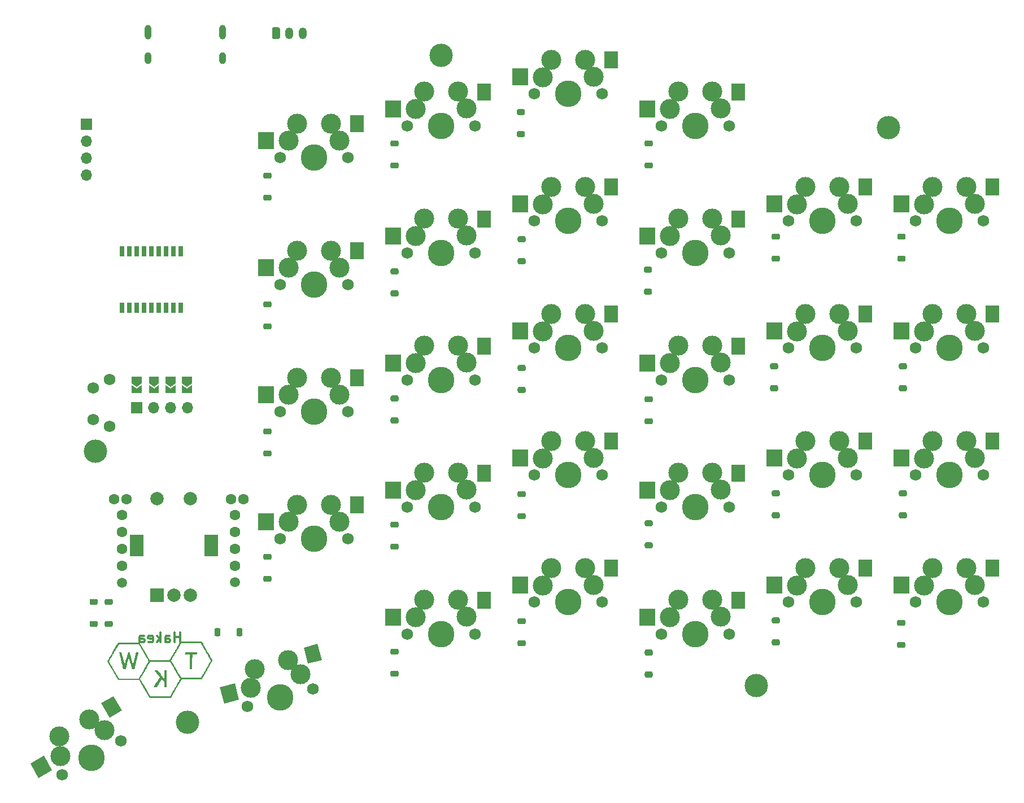
<source format=gbs>
G04 #@! TF.GenerationSoftware,KiCad,Pcbnew,7.0.5.1-1-g8f565ef7f0-dirty-deb11*
G04 #@! TF.CreationDate,2023-08-12T11:48:30+00:00*
G04 #@! TF.ProjectId,hakea-fillets,68616b65-612d-4666-996c-6c6574732e6b,1.0.4*
G04 #@! TF.SameCoordinates,Original*
G04 #@! TF.FileFunction,Soldermask,Bot*
G04 #@! TF.FilePolarity,Negative*
%FSLAX46Y46*%
G04 Gerber Fmt 4.6, Leading zero omitted, Abs format (unit mm)*
G04 Created by KiCad (PCBNEW 7.0.5.1-1-g8f565ef7f0-dirty-deb11) date 2023-08-12 11:48:30*
%MOMM*%
%LPD*%
G01*
G04 APERTURE LIST*
%ADD10C,0.300000*%
%ADD11C,1.750000*%
%ADD12C,3.000000*%
%ADD13C,3.987800*%
%ADD14R,2.350000X2.500000*%
%ADD15R,2.150000X2.500000*%
%ADD16O,1.000000X2.200000*%
%ADD17O,1.000000X1.800000*%
%ADD18R,2.000000X2.000000*%
%ADD19C,2.000000*%
%ADD20R,2.000000X3.200000*%
%ADD21R,1.700000X1.700000*%
%ADD22O,1.700000X1.700000*%
%ADD23C,3.500000*%
%ADD24C,1.500000*%
%ADD25C,1.600000*%
%ADD26R,0.700000X1.524000*%
%ADD27O,1.200000X1.750000*%
G04 APERTURE END LIST*
D10*
X103746714Y-115562528D02*
X103746714Y-114062528D01*
X103746714Y-114776814D02*
X102889571Y-114776814D01*
X102889571Y-115562528D02*
X102889571Y-114062528D01*
X101532428Y-115562528D02*
X101532428Y-114776814D01*
X101532428Y-114776814D02*
X101603856Y-114633957D01*
X101603856Y-114633957D02*
X101746713Y-114562528D01*
X101746713Y-114562528D02*
X102032428Y-114562528D01*
X102032428Y-114562528D02*
X102175285Y-114633957D01*
X101532428Y-115491100D02*
X101675285Y-115562528D01*
X101675285Y-115562528D02*
X102032428Y-115562528D01*
X102032428Y-115562528D02*
X102175285Y-115491100D01*
X102175285Y-115491100D02*
X102246713Y-115348242D01*
X102246713Y-115348242D02*
X102246713Y-115205385D01*
X102246713Y-115205385D02*
X102175285Y-115062528D01*
X102175285Y-115062528D02*
X102032428Y-114991100D01*
X102032428Y-114991100D02*
X101675285Y-114991100D01*
X101675285Y-114991100D02*
X101532428Y-114919671D01*
X100818142Y-115562528D02*
X100818142Y-114062528D01*
X100675285Y-114991100D02*
X100246713Y-115562528D01*
X100246713Y-114562528D02*
X100818142Y-115133957D01*
X99032427Y-115491100D02*
X99175284Y-115562528D01*
X99175284Y-115562528D02*
X99460999Y-115562528D01*
X99460999Y-115562528D02*
X99603856Y-115491100D01*
X99603856Y-115491100D02*
X99675284Y-115348242D01*
X99675284Y-115348242D02*
X99675284Y-114776814D01*
X99675284Y-114776814D02*
X99603856Y-114633957D01*
X99603856Y-114633957D02*
X99460999Y-114562528D01*
X99460999Y-114562528D02*
X99175284Y-114562528D01*
X99175284Y-114562528D02*
X99032427Y-114633957D01*
X99032427Y-114633957D02*
X98960999Y-114776814D01*
X98960999Y-114776814D02*
X98960999Y-114919671D01*
X98960999Y-114919671D02*
X99675284Y-115062528D01*
X97675285Y-115562528D02*
X97675285Y-114776814D01*
X97675285Y-114776814D02*
X97746713Y-114633957D01*
X97746713Y-114633957D02*
X97889570Y-114562528D01*
X97889570Y-114562528D02*
X98175285Y-114562528D01*
X98175285Y-114562528D02*
X98318142Y-114633957D01*
X97675285Y-115491100D02*
X97818142Y-115562528D01*
X97818142Y-115562528D02*
X98175285Y-115562528D01*
X98175285Y-115562528D02*
X98318142Y-115491100D01*
X98318142Y-115491100D02*
X98389570Y-115348242D01*
X98389570Y-115348242D02*
X98389570Y-115205385D01*
X98389570Y-115205385D02*
X98318142Y-115062528D01*
X98318142Y-115062528D02*
X98175285Y-114991100D01*
X98175285Y-114991100D02*
X97818142Y-114991100D01*
X97818142Y-114991100D02*
X97675285Y-114919671D01*
G36*
X106273600Y-117371966D02*
G01*
X105575100Y-117386100D01*
X105568478Y-118471950D01*
X105561855Y-119557800D01*
X105181400Y-119557800D01*
X105181400Y-117373400D01*
X104824640Y-117373400D01*
X104467879Y-117373399D01*
X104475390Y-117201950D01*
X104482900Y-117030500D01*
X106273600Y-117017150D01*
X106273600Y-117371966D01*
G37*
G36*
X101727000Y-122275600D02*
G01*
X101371400Y-122275600D01*
X101371400Y-121562130D01*
X101175361Y-121321965D01*
X101171699Y-121317482D01*
X101095633Y-121225794D01*
X101031332Y-121150874D01*
X100985477Y-121100337D01*
X100964744Y-121081800D01*
X100964423Y-121081897D01*
X100946567Y-121105575D01*
X100906659Y-121167055D01*
X100848168Y-121260721D01*
X100774564Y-121380960D01*
X100689315Y-121522157D01*
X100595891Y-121678700D01*
X100241614Y-122275600D01*
X100016390Y-122275600D01*
X99909686Y-122274159D01*
X99840912Y-122268821D01*
X99808235Y-122258389D01*
X99804186Y-122241668D01*
X99812428Y-122225853D01*
X99844346Y-122169693D01*
X99897071Y-122079014D01*
X99967452Y-121959172D01*
X100052342Y-121815525D01*
X100148589Y-121653429D01*
X100253045Y-121478241D01*
X100327377Y-121353353D01*
X100424641Y-121188399D01*
X100510533Y-121040937D01*
X100582077Y-120916168D01*
X100636301Y-120819294D01*
X100670231Y-120755515D01*
X100680891Y-120730032D01*
X100673254Y-120719123D01*
X100637568Y-120673327D01*
X100577006Y-120597603D01*
X100496150Y-120497635D01*
X100399587Y-120379107D01*
X100291900Y-120247705D01*
X100223770Y-120164578D01*
X100122349Y-120039940D01*
X100034903Y-119931383D01*
X99966034Y-119844672D01*
X99920343Y-119785571D01*
X99902434Y-119759846D01*
X99903715Y-119755710D01*
X99938323Y-119745328D01*
X100012623Y-119738647D01*
X100118334Y-119736560D01*
X100342700Y-119737520D01*
X100838000Y-120370958D01*
X100903019Y-120453906D01*
X101020111Y-120602210D01*
X101125502Y-120734319D01*
X101215308Y-120845442D01*
X101285641Y-120930789D01*
X101332617Y-120985571D01*
X101352350Y-121004998D01*
X101356604Y-120989067D01*
X101361387Y-120928797D01*
X101365462Y-120830022D01*
X101368625Y-120699536D01*
X101370673Y-120544131D01*
X101371400Y-120370600D01*
X101371400Y-119735600D01*
X101727000Y-119735600D01*
X101727000Y-122275600D01*
G37*
G36*
X96225454Y-117149860D02*
G01*
X96233090Y-117177430D01*
X96257360Y-117267227D01*
X96290188Y-117390552D01*
X96329619Y-117539890D01*
X96373697Y-117707729D01*
X96420466Y-117886555D01*
X96467969Y-118068854D01*
X96514252Y-118247114D01*
X96557358Y-118413821D01*
X96595331Y-118561461D01*
X96626215Y-118682522D01*
X96648054Y-118769489D01*
X96658893Y-118814850D01*
X96660437Y-118821827D01*
X96677259Y-118875416D01*
X96693469Y-118897365D01*
X96694918Y-118895848D01*
X96707068Y-118860691D01*
X96728190Y-118783626D01*
X96756748Y-118670829D01*
X96791208Y-118528477D01*
X96830036Y-118362746D01*
X96871698Y-118179815D01*
X96873142Y-118173387D01*
X96917444Y-117976309D01*
X96960752Y-117783855D01*
X97001040Y-117605013D01*
X97036282Y-117448773D01*
X97064452Y-117324122D01*
X97083523Y-117240050D01*
X97134152Y-117017800D01*
X97516254Y-117017800D01*
X97498398Y-117112982D01*
X97497094Y-117119502D01*
X97484508Y-117175699D01*
X97461531Y-117273864D01*
X97429590Y-117408053D01*
X97390112Y-117572319D01*
X97344526Y-117760718D01*
X97294258Y-117967304D01*
X97240736Y-118186132D01*
X97230970Y-118225961D01*
X97176776Y-118447171D01*
X97125193Y-118658000D01*
X97077804Y-118851955D01*
X97036194Y-119022545D01*
X97001946Y-119163277D01*
X96976645Y-119267660D01*
X96961873Y-119329200D01*
X96941678Y-119413182D01*
X96923468Y-119486193D01*
X96912706Y-119526050D01*
X96893636Y-119541500D01*
X96828474Y-119553787D01*
X96715462Y-119557800D01*
X96528329Y-119557800D01*
X96484160Y-119399050D01*
X96466839Y-119336640D01*
X96434070Y-119218149D01*
X96394030Y-119073028D01*
X96349026Y-118909676D01*
X96301367Y-118736495D01*
X96253363Y-118561884D01*
X96207323Y-118394243D01*
X96165555Y-118241973D01*
X96130369Y-118113473D01*
X96104074Y-118017144D01*
X96088978Y-117961386D01*
X96079409Y-117927930D01*
X96061059Y-117876726D01*
X96049171Y-117861162D01*
X96049143Y-117861192D01*
X96040387Y-117887610D01*
X96020545Y-117956376D01*
X95991427Y-118060778D01*
X95954841Y-118194106D01*
X95912595Y-118349650D01*
X95866498Y-118520699D01*
X95818359Y-118700542D01*
X95769986Y-118882470D01*
X95723187Y-119059770D01*
X95679771Y-119225734D01*
X95641547Y-119373650D01*
X95594349Y-119557800D01*
X95410974Y-119557800D01*
X95401201Y-119557773D01*
X95311607Y-119554857D01*
X95245348Y-119548069D01*
X95216150Y-119538750D01*
X95215790Y-119537883D01*
X95206638Y-119504834D01*
X95187068Y-119428935D01*
X95158493Y-119315919D01*
X95122326Y-119171517D01*
X95079980Y-119001463D01*
X95032869Y-118811489D01*
X94982405Y-118607326D01*
X94930002Y-118394709D01*
X94877073Y-118179368D01*
X94825030Y-117967036D01*
X94775288Y-117763446D01*
X94729258Y-117574330D01*
X94688354Y-117405420D01*
X94653990Y-117262449D01*
X94627578Y-117151150D01*
X94596270Y-117017800D01*
X94987386Y-117017800D01*
X95200291Y-117969135D01*
X95210276Y-118013679D01*
X95257365Y-118221794D01*
X95301095Y-118411934D01*
X95340203Y-118578829D01*
X95373427Y-118717205D01*
X95399505Y-118821790D01*
X95417175Y-118887310D01*
X95425173Y-118908493D01*
X95425716Y-118907559D01*
X95436351Y-118874343D01*
X95458035Y-118798185D01*
X95489298Y-118684519D01*
X95528669Y-118538782D01*
X95574679Y-118366411D01*
X95625858Y-118172841D01*
X95680734Y-117963508D01*
X95924319Y-117030500D01*
X96055975Y-117022860D01*
X96187632Y-117015220D01*
X96225454Y-117149860D01*
G37*
G36*
X108609264Y-118280975D02*
G01*
X108579664Y-118350516D01*
X108525379Y-118457499D01*
X108447802Y-118599183D01*
X108348328Y-118772828D01*
X108344679Y-118779092D01*
X108264417Y-118917111D01*
X108163960Y-119090239D01*
X108048205Y-119290015D01*
X107922047Y-119507983D01*
X107790382Y-119735684D01*
X107658107Y-119964659D01*
X107530116Y-120186450D01*
X107027016Y-121058773D01*
X106999086Y-121107200D01*
X105486993Y-121107286D01*
X103974900Y-121107373D01*
X103175481Y-122491586D01*
X102376062Y-123875800D01*
X99147437Y-123875800D01*
X98527508Y-122802650D01*
X98410623Y-122600266D01*
X98284359Y-122381537D01*
X98164105Y-122173120D01*
X98053099Y-121980625D01*
X97954574Y-121809666D01*
X97871766Y-121665852D01*
X97807909Y-121554796D01*
X97766240Y-121482111D01*
X97624900Y-121234722D01*
X94449370Y-121234200D01*
X94347322Y-121058549D01*
X97784275Y-121058549D01*
X98102077Y-121609924D01*
X98135064Y-121667156D01*
X98250988Y-121868273D01*
X98380229Y-122092487D01*
X98513667Y-122323976D01*
X98642183Y-122546920D01*
X98756657Y-122745500D01*
X98834044Y-122879567D01*
X98927368Y-123040797D01*
X99013747Y-123189558D01*
X99088586Y-123317958D01*
X99147294Y-123418103D01*
X99185276Y-123482100D01*
X99277119Y-123634500D01*
X102234009Y-123647608D01*
X102295719Y-123552154D01*
X102305031Y-123537082D01*
X102340406Y-123477679D01*
X102396618Y-123382021D01*
X102470727Y-123255187D01*
X102559791Y-123102253D01*
X102660872Y-122928297D01*
X102771028Y-122738395D01*
X102887321Y-122537626D01*
X103006810Y-122331067D01*
X103126555Y-122123794D01*
X103243616Y-121920885D01*
X103355054Y-121727418D01*
X103457927Y-121548469D01*
X103549296Y-121389116D01*
X103626222Y-121254436D01*
X103737673Y-121058773D01*
X103411787Y-120494365D01*
X103405387Y-120483282D01*
X103303723Y-120307246D01*
X103184122Y-120100207D01*
X103053580Y-119874270D01*
X102919091Y-119641541D01*
X102787650Y-119414125D01*
X102666254Y-119204129D01*
X102246607Y-118478300D01*
X100768051Y-118471745D01*
X99289496Y-118465191D01*
X99229961Y-118560645D01*
X99220886Y-118575622D01*
X99185194Y-118636062D01*
X99128012Y-118733853D01*
X99051906Y-118864572D01*
X98959443Y-119023798D01*
X98853189Y-119207107D01*
X98735712Y-119410080D01*
X98609577Y-119628293D01*
X98477351Y-119857324D01*
X97784275Y-121058549D01*
X94347322Y-121058549D01*
X94320249Y-121011950D01*
X94180329Y-120770896D01*
X94000595Y-120460612D01*
X93827430Y-120160965D01*
X93662561Y-119874980D01*
X93507715Y-119605681D01*
X93364619Y-119356090D01*
X93234999Y-119129233D01*
X93120584Y-118928131D01*
X93023099Y-118755810D01*
X92944271Y-118615292D01*
X92885828Y-118509602D01*
X92849495Y-118441764D01*
X92837151Y-118415124D01*
X93105515Y-118415124D01*
X93117026Y-118441797D01*
X93151608Y-118508251D01*
X93206712Y-118609758D01*
X93279777Y-118741814D01*
X93368241Y-118899913D01*
X93469542Y-119079553D01*
X93581116Y-119276229D01*
X93700403Y-119485436D01*
X93824840Y-119702670D01*
X93951864Y-119923427D01*
X94078914Y-120143203D01*
X94203427Y-120357493D01*
X94322842Y-120561793D01*
X94434595Y-120751600D01*
X94577287Y-120992900D01*
X97535105Y-121006008D01*
X97594640Y-120910554D01*
X97603659Y-120895672D01*
X97639298Y-120835322D01*
X97696433Y-120737613D01*
X97772496Y-120606970D01*
X97864919Y-120447814D01*
X97971135Y-120264570D01*
X98088576Y-120061661D01*
X98214675Y-119843511D01*
X98346865Y-119614542D01*
X99039556Y-118413984D01*
X98968009Y-118288375D01*
X102408743Y-118288375D01*
X102481365Y-118413984D01*
X102808751Y-118980237D01*
X102912159Y-119159071D01*
X103044728Y-119388290D01*
X103183013Y-119627348D01*
X103319229Y-119862788D01*
X103445593Y-120081157D01*
X103554320Y-120269000D01*
X103899881Y-120865900D01*
X105385191Y-120871953D01*
X106870500Y-120878007D01*
X107166268Y-120363953D01*
X107196034Y-120312235D01*
X107292206Y-120145275D01*
X107405546Y-119948671D01*
X107530006Y-119732906D01*
X107659536Y-119508466D01*
X107788088Y-119285835D01*
X107909613Y-119075497D01*
X107970962Y-118968870D01*
X108079158Y-118778117D01*
X108171628Y-118611374D01*
X108246290Y-118472551D01*
X108301062Y-118365557D01*
X108333860Y-118294303D01*
X108342602Y-118262697D01*
X108337150Y-118251875D01*
X108309116Y-118200984D01*
X108260073Y-118113894D01*
X108192883Y-117995578D01*
X108110408Y-117851011D01*
X108015510Y-117685168D01*
X107911050Y-117503025D01*
X107799889Y-117309554D01*
X107684890Y-117109732D01*
X107568915Y-116908532D01*
X107454824Y-116710930D01*
X107345480Y-116521901D01*
X107243744Y-116346418D01*
X107152478Y-116189457D01*
X107074544Y-116055993D01*
X107012803Y-115951000D01*
X106870107Y-115709700D01*
X103899094Y-115709700D01*
X103756779Y-115951000D01*
X103713148Y-116025486D01*
X103647612Y-116138059D01*
X103564040Y-116282027D01*
X103466059Y-116451112D01*
X103357295Y-116639034D01*
X103241373Y-116839515D01*
X103121919Y-117046276D01*
X103002560Y-117253039D01*
X102886922Y-117453525D01*
X102778629Y-117641454D01*
X102681310Y-117810549D01*
X102598589Y-117954530D01*
X102534092Y-118067119D01*
X102491446Y-118142037D01*
X102408743Y-118288375D01*
X98968009Y-118288375D01*
X98927663Y-118217542D01*
X98888564Y-118149006D01*
X98803561Y-118000519D01*
X98705681Y-117830065D01*
X98597863Y-117642719D01*
X98483047Y-117443559D01*
X98364173Y-117237661D01*
X98244180Y-117030103D01*
X98126007Y-116825960D01*
X98012596Y-116630309D01*
X97906884Y-116448228D01*
X97811813Y-116284792D01*
X97730321Y-116145080D01*
X97665348Y-116034166D01*
X97619834Y-115957129D01*
X97596719Y-115919045D01*
X97535009Y-115823591D01*
X96056148Y-115830145D01*
X94577287Y-115836700D01*
X94434659Y-116078000D01*
X94328541Y-116258269D01*
X94208987Y-116462806D01*
X94084303Y-116677392D01*
X93957047Y-116897530D01*
X93829775Y-117118723D01*
X93705044Y-117336477D01*
X93585411Y-117546294D01*
X93473433Y-117743678D01*
X93371668Y-117924134D01*
X93282671Y-118083165D01*
X93209001Y-118216276D01*
X93153213Y-118318970D01*
X93117866Y-118386752D01*
X93105515Y-118415124D01*
X92837151Y-118415124D01*
X92837000Y-118414799D01*
X92844256Y-118398151D01*
X92875024Y-118339848D01*
X92928317Y-118242968D01*
X93002409Y-118110536D01*
X93095573Y-117945573D01*
X93206082Y-117751105D01*
X93332209Y-117530154D01*
X93472227Y-117285745D01*
X93624410Y-117020900D01*
X93787031Y-116738645D01*
X93958362Y-116442003D01*
X94136677Y-116133996D01*
X94320249Y-115817649D01*
X94449370Y-115595399D01*
X96063293Y-115595400D01*
X97677217Y-115595400D01*
X98438459Y-116915870D01*
X99199700Y-118236340D01*
X100685600Y-118236650D01*
X102171500Y-118236959D01*
X102702928Y-117316229D01*
X102713305Y-117298251D01*
X102840803Y-117077385D01*
X102971259Y-116851448D01*
X103099948Y-116628619D01*
X103222146Y-116417076D01*
X103333128Y-116224997D01*
X103428170Y-116060562D01*
X103502548Y-115931950D01*
X103770742Y-115468400D01*
X106999020Y-115468400D01*
X107199323Y-115817650D01*
X107230680Y-115872272D01*
X107307216Y-116005211D01*
X107379267Y-116129873D01*
X107439925Y-116234316D01*
X107482278Y-116306600D01*
X107487891Y-116316122D01*
X107524779Y-116379278D01*
X107582931Y-116479342D01*
X107659070Y-116610657D01*
X107749921Y-116767567D01*
X107852208Y-116944416D01*
X107962656Y-117135545D01*
X108077988Y-117335300D01*
X108118847Y-117406065D01*
X108228818Y-117596181D01*
X108330379Y-117771270D01*
X108420709Y-117926497D01*
X108496987Y-118057030D01*
X108556388Y-118158035D01*
X108596093Y-118224679D01*
X108613279Y-118252128D01*
X108611808Y-118262697D01*
X108609264Y-118280975D01*
G37*
D11*
X194945000Y-52387500D03*
D12*
X196175000Y-49887500D03*
X197475000Y-47287500D03*
D13*
X200025000Y-52387500D03*
D12*
X202575000Y-47287500D03*
X203825000Y-49837500D03*
D11*
X205105000Y-52387500D03*
D14*
X192825000Y-49847500D03*
D15*
X206449600Y-47320200D03*
D11*
X137795000Y-76200000D03*
D12*
X139025000Y-73700000D03*
X140325000Y-71100000D03*
D13*
X142875000Y-76200000D03*
D12*
X145425000Y-71100000D03*
X146675000Y-73650000D03*
D11*
X147955000Y-76200000D03*
D14*
X135675000Y-73660000D03*
D15*
X149299600Y-71132700D03*
D11*
X213995000Y-52387500D03*
D12*
X215225000Y-49887500D03*
X216525000Y-47287500D03*
D13*
X219075000Y-52387500D03*
D12*
X221625000Y-47287500D03*
X222875000Y-49837500D03*
D11*
X224155000Y-52387500D03*
D14*
X211875000Y-49847500D03*
D15*
X225499600Y-47320200D03*
D16*
X98945700Y-24069400D03*
X110096300Y-24069400D03*
D17*
X98945700Y-27969400D03*
X110096300Y-27969400D03*
D18*
X100304600Y-108508800D03*
D19*
X105304600Y-108508800D03*
X102804600Y-108508800D03*
D20*
X97204600Y-101008800D03*
X108404600Y-101008800D03*
D19*
X105304600Y-94008800D03*
X100304600Y-94008800D03*
D11*
X137795000Y-114300000D03*
D12*
X139025000Y-111800000D03*
X140325000Y-109200000D03*
D13*
X142875000Y-114300000D03*
D12*
X145425000Y-109200000D03*
X146675000Y-111750000D03*
D11*
X147955000Y-114300000D03*
D14*
X135675000Y-111760000D03*
D15*
X149299600Y-109232700D03*
D11*
X90678000Y-77444600D03*
X90678000Y-82194600D03*
X93178000Y-76194600D03*
X93178000Y-83194600D03*
X118745000Y-80962500D03*
D12*
X119975000Y-78462500D03*
X121275000Y-75862500D03*
D13*
X123825000Y-80962500D03*
D12*
X126375000Y-75862500D03*
X127625000Y-78412500D03*
D11*
X128905000Y-80962500D03*
D14*
X116625000Y-78422500D03*
D15*
X130249600Y-75895200D03*
D11*
X156845000Y-52387500D03*
D12*
X158075000Y-49887500D03*
X159375000Y-47287500D03*
D13*
X161925000Y-52387500D03*
D12*
X164475000Y-47287500D03*
X165725000Y-49837500D03*
D11*
X167005000Y-52387500D03*
D14*
X154725000Y-49847500D03*
D15*
X168349600Y-47320200D03*
D21*
X97215800Y-80391400D03*
D22*
X99755800Y-80391400D03*
X102295800Y-80391400D03*
X104835800Y-80391400D03*
D11*
X175895000Y-95250000D03*
D12*
X177125000Y-92750000D03*
X178425000Y-90150000D03*
D13*
X180975000Y-95250000D03*
D12*
X183525000Y-90150000D03*
X184775000Y-92700000D03*
D11*
X186055000Y-95250000D03*
D14*
X173775000Y-92710000D03*
D15*
X187399600Y-90182700D03*
D23*
X104825800Y-127584200D03*
D11*
X175895000Y-76200000D03*
D12*
X177125000Y-73700000D03*
X178425000Y-71100000D03*
D13*
X180975000Y-76200000D03*
D12*
X183525000Y-71100000D03*
X184775000Y-73650000D03*
D11*
X186055000Y-76200000D03*
D14*
X173775000Y-73660000D03*
D15*
X187399600Y-71132700D03*
D11*
X118745000Y-100012500D03*
D12*
X119975000Y-97512500D03*
X121275000Y-94912500D03*
D13*
X123825000Y-100012500D03*
D12*
X126375000Y-94912500D03*
X127625000Y-97462500D03*
D11*
X128905000Y-100012500D03*
D14*
X116625000Y-97472500D03*
D15*
X130249600Y-94945200D03*
D11*
X175895000Y-38100000D03*
D12*
X177125000Y-35600000D03*
X178425000Y-33000000D03*
D13*
X180975000Y-38100000D03*
D12*
X183525000Y-33000000D03*
X184775000Y-35550000D03*
D11*
X186055000Y-38100000D03*
D14*
X173775000Y-35560000D03*
D15*
X187399600Y-33032700D03*
D24*
X95057700Y-106596900D03*
D25*
X95057700Y-96486900D03*
X95057700Y-99026900D03*
X95057700Y-101566900D03*
X95057700Y-104106900D03*
X93832700Y-94096900D03*
X95682700Y-94096900D03*
D11*
X213995000Y-71437500D03*
D12*
X215225000Y-68937500D03*
X216525000Y-66337500D03*
D13*
X219075000Y-71437500D03*
D12*
X221625000Y-66337500D03*
X222875000Y-68887500D03*
D11*
X224155000Y-71437500D03*
D14*
X211875000Y-68897500D03*
D15*
X225499600Y-66370200D03*
D23*
X209956400Y-38379400D03*
D11*
X156845000Y-90487500D03*
D12*
X158075000Y-87987500D03*
X159375000Y-85387500D03*
D13*
X161925000Y-90487500D03*
D12*
X164475000Y-85387500D03*
X165725000Y-87937500D03*
D11*
X167005000Y-90487500D03*
D14*
X154725000Y-87947500D03*
D15*
X168349600Y-85420200D03*
D21*
X89662000Y-37856000D03*
D22*
X89662000Y-40396000D03*
X89662000Y-42936000D03*
X89662000Y-45476000D03*
D11*
X213995000Y-109537500D03*
D12*
X215225000Y-107037500D03*
X216525000Y-104437500D03*
D13*
X219075000Y-109537500D03*
D12*
X221625000Y-104437500D03*
X222875000Y-106987500D03*
D11*
X224155000Y-109537500D03*
D14*
X211875000Y-106997500D03*
D15*
X225499600Y-104470200D03*
D11*
X194945000Y-109537500D03*
D12*
X196175000Y-107037500D03*
X197475000Y-104437500D03*
D13*
X200025000Y-109537500D03*
D12*
X202575000Y-104437500D03*
X203825000Y-106987500D03*
D11*
X205105000Y-109537500D03*
D14*
X192825000Y-106997500D03*
D15*
X206449600Y-104470200D03*
D11*
X156845000Y-71437500D03*
D12*
X158075000Y-68937500D03*
X159375000Y-66337500D03*
D13*
X161925000Y-71437500D03*
D12*
X164475000Y-66337500D03*
X165725000Y-68887500D03*
D11*
X167005000Y-71437500D03*
D14*
X154725000Y-68897500D03*
D15*
X168349600Y-66370200D03*
D11*
X118745000Y-61912500D03*
D12*
X119975000Y-59412500D03*
X121275000Y-56812500D03*
D13*
X123825000Y-61912500D03*
D12*
X126375000Y-56812500D03*
X127625000Y-59362500D03*
D11*
X128905000Y-61912500D03*
D14*
X116625000Y-59372500D03*
D15*
X130249600Y-56845200D03*
D26*
X95026600Y-65438600D03*
X96126600Y-65438600D03*
X97226600Y-65438600D03*
X98326600Y-65438600D03*
X99426600Y-65438600D03*
X100526600Y-65438600D03*
X101626600Y-65438600D03*
X102726600Y-65438600D03*
X103826600Y-65438600D03*
X95026600Y-56938600D03*
X96126600Y-56938600D03*
X97226600Y-56938600D03*
X98326600Y-56938600D03*
X99426600Y-56938600D03*
X100526600Y-56938600D03*
X101626600Y-56938600D03*
X102726600Y-56938600D03*
X103826600Y-56938600D03*
D11*
X118745000Y-42862500D03*
D12*
X119975000Y-40362500D03*
X121275000Y-37762500D03*
D13*
X123825000Y-42862500D03*
D12*
X126375000Y-37762500D03*
X127625000Y-40312500D03*
D11*
X128905000Y-42862500D03*
D14*
X116625000Y-40322500D03*
D15*
X130249600Y-37795200D03*
D11*
X137795000Y-57150000D03*
D12*
X139025000Y-54650000D03*
X140325000Y-52050000D03*
D13*
X142875000Y-57150000D03*
D12*
X145425000Y-52050000D03*
X146675000Y-54600000D03*
D11*
X147955000Y-57150000D03*
D14*
X135675000Y-54610000D03*
D15*
X149299600Y-52082700D03*
D11*
X137795000Y-38100000D03*
D12*
X139025000Y-35600000D03*
X140325000Y-33000000D03*
D13*
X142875000Y-38100000D03*
D12*
X145425000Y-33000000D03*
X146675000Y-35550000D03*
D11*
X147955000Y-38100000D03*
D14*
X135675000Y-35560000D03*
D15*
X149299600Y-33032700D03*
D11*
X156845000Y-109537500D03*
D12*
X158075000Y-107037500D03*
X159375000Y-104437500D03*
D13*
X161925000Y-109537500D03*
D12*
X164475000Y-104437500D03*
X165725000Y-106987500D03*
D11*
X167005000Y-109537500D03*
D14*
X154725000Y-106997500D03*
D15*
X168349600Y-104470200D03*
D11*
X213995000Y-90487500D03*
D12*
X215225000Y-87987500D03*
X216525000Y-85387500D03*
D13*
X219075000Y-90487500D03*
D12*
X221625000Y-85387500D03*
X222875000Y-87937500D03*
D11*
X224155000Y-90487500D03*
D14*
X211875000Y-87947500D03*
D15*
X225499600Y-85420200D03*
D11*
X175895000Y-57150000D03*
D12*
X177125000Y-54650000D03*
X178425000Y-52050000D03*
D13*
X180975000Y-57150000D03*
D12*
X183525000Y-52050000D03*
X184775000Y-54600000D03*
D11*
X186055000Y-57150000D03*
D14*
X173775000Y-54610000D03*
D15*
X187399600Y-52082700D03*
G36*
G01*
X117516600Y-24856600D02*
X117516600Y-23606600D01*
G75*
G02*
X117766600Y-23356600I250000J0D01*
G01*
X118466600Y-23356600D01*
G75*
G02*
X118716600Y-23606600I0J-250000D01*
G01*
X118716600Y-24856600D01*
G75*
G02*
X118466600Y-25106600I-250000J0D01*
G01*
X117766600Y-25106600D01*
G75*
G02*
X117516600Y-24856600I0J250000D01*
G01*
G37*
D27*
X120116600Y-24231600D03*
X122116600Y-24231600D03*
D11*
X175895000Y-114300000D03*
D12*
X177125000Y-111800000D03*
X178425000Y-109200000D03*
D13*
X180975000Y-114300000D03*
D12*
X183525000Y-109200000D03*
X184775000Y-111750000D03*
D11*
X186055000Y-114300000D03*
D14*
X173775000Y-111760000D03*
D15*
X187399600Y-109232700D03*
D11*
X137795000Y-95250000D03*
D12*
X139025000Y-92750000D03*
X140325000Y-90150000D03*
D13*
X142875000Y-95250000D03*
D12*
X145425000Y-90150000D03*
X146675000Y-92700000D03*
D11*
X147955000Y-95250000D03*
D14*
X135675000Y-92710000D03*
D15*
X149299600Y-90182700D03*
D11*
X156845000Y-33337500D03*
D12*
X158075000Y-30837500D03*
X159375000Y-28237500D03*
D13*
X161925000Y-33337500D03*
D12*
X164475000Y-28237500D03*
X165725000Y-30787500D03*
D11*
X167005000Y-33337500D03*
D14*
X154725000Y-30797500D03*
D15*
X168349600Y-28270200D03*
D23*
X190093600Y-122047000D03*
X142875000Y-27559000D03*
D11*
X194945000Y-71437500D03*
D12*
X196175000Y-68937500D03*
X197475000Y-66337500D03*
D13*
X200025000Y-71437500D03*
D12*
X202575000Y-66337500D03*
X203825000Y-68887500D03*
D11*
X205105000Y-71437500D03*
D14*
X192825000Y-68897500D03*
D15*
X206449600Y-66370200D03*
D11*
X194945000Y-90487500D03*
D12*
X196175000Y-87987500D03*
X197475000Y-85387500D03*
D13*
X200025000Y-90487500D03*
D12*
X202575000Y-85387500D03*
X203825000Y-87937500D03*
D11*
X205105000Y-90487500D03*
D14*
X192825000Y-87947500D03*
D15*
X206449600Y-85420200D03*
D11*
X113838097Y-125139801D03*
D12*
X114379138Y-122406639D03*
X114961912Y-119558767D03*
D13*
X118745000Y-123825000D03*
D12*
X119888134Y-118238790D03*
X121755530Y-120378377D03*
D11*
X123651903Y-122510199D03*
G36*
X111944373Y-121723526D02*
G01*
X112591421Y-124138341D01*
X110321495Y-124746566D01*
X109674447Y-122331751D01*
X111944373Y-121723526D01*
G37*
G36*
X122924327Y-118753193D02*
G01*
X122277279Y-116338378D01*
X124354019Y-115781917D01*
X125001067Y-118196732D01*
X122924327Y-118753193D01*
G37*
X86024591Y-135382000D03*
D12*
X85839802Y-132601936D03*
X85665635Y-129700270D03*
D13*
X90424000Y-132842000D03*
D12*
X90082365Y-127150270D03*
X92439897Y-128733635D03*
D11*
X94823409Y-130302000D03*
G36*
X83311197Y-132572263D02*
G01*
X84561197Y-134737327D01*
X82526037Y-135912327D01*
X81276037Y-133747263D01*
X83311197Y-132572263D01*
G37*
G36*
X93148240Y-126861321D02*
G01*
X91898240Y-124696257D01*
X93760194Y-123621257D01*
X95010194Y-125786321D01*
X93148240Y-126861321D01*
G37*
D23*
X91033600Y-86893400D03*
G36*
G01*
X192665000Y-57588000D02*
X193415000Y-57588000D01*
G75*
G02*
X193640000Y-57813000I0J-225000D01*
G01*
X193640000Y-58263000D01*
G75*
G02*
X193415000Y-58488000I-225000J0D01*
G01*
X192665000Y-58488000D01*
G75*
G02*
X192440000Y-58263000I0J225000D01*
G01*
X192440000Y-57813000D01*
G75*
G02*
X192665000Y-57588000I225000J0D01*
G01*
G37*
G36*
G01*
X192665000Y-54288000D02*
X193415000Y-54288000D01*
G75*
G02*
X193640000Y-54513000I0J-225000D01*
G01*
X193640000Y-54963000D01*
G75*
G02*
X193415000Y-55188000I-225000J0D01*
G01*
X192665000Y-55188000D01*
G75*
G02*
X192440000Y-54963000I0J225000D01*
G01*
X192440000Y-54513000D01*
G75*
G02*
X192665000Y-54288000I225000J0D01*
G01*
G37*
G36*
G01*
X192665000Y-96070000D02*
X193415000Y-96070000D01*
G75*
G02*
X193640000Y-96295000I0J-225000D01*
G01*
X193640000Y-96745000D01*
G75*
G02*
X193415000Y-96970000I-225000J0D01*
G01*
X192665000Y-96970000D01*
G75*
G02*
X192440000Y-96745000I0J225000D01*
G01*
X192440000Y-96295000D01*
G75*
G02*
X192665000Y-96070000I225000J0D01*
G01*
G37*
G36*
G01*
X192665000Y-92770000D02*
X193415000Y-92770000D01*
G75*
G02*
X193640000Y-92995000I0J-225000D01*
G01*
X193640000Y-93445000D01*
G75*
G02*
X193415000Y-93670000I-225000J0D01*
G01*
X192665000Y-93670000D01*
G75*
G02*
X192440000Y-93445000I0J225000D01*
G01*
X192440000Y-92995000D01*
G75*
G02*
X192665000Y-92770000I225000J0D01*
G01*
G37*
G36*
G01*
X211715000Y-96070000D02*
X212465000Y-96070000D01*
G75*
G02*
X212690000Y-96295000I0J-225000D01*
G01*
X212690000Y-96745000D01*
G75*
G02*
X212465000Y-96970000I-225000J0D01*
G01*
X211715000Y-96970000D01*
G75*
G02*
X211490000Y-96745000I0J225000D01*
G01*
X211490000Y-96295000D01*
G75*
G02*
X211715000Y-96070000I225000J0D01*
G01*
G37*
G36*
G01*
X211715000Y-92770000D02*
X212465000Y-92770000D01*
G75*
G02*
X212690000Y-92995000I0J-225000D01*
G01*
X212690000Y-93445000D01*
G75*
G02*
X212465000Y-93670000I-225000J0D01*
G01*
X211715000Y-93670000D01*
G75*
G02*
X211490000Y-93445000I0J225000D01*
G01*
X211490000Y-92995000D01*
G75*
G02*
X211715000Y-92770000I225000J0D01*
G01*
G37*
G36*
G01*
X211715000Y-77020000D02*
X212465000Y-77020000D01*
G75*
G02*
X212690000Y-77245000I0J-225000D01*
G01*
X212690000Y-77695000D01*
G75*
G02*
X212465000Y-77920000I-225000J0D01*
G01*
X211715000Y-77920000D01*
G75*
G02*
X211490000Y-77695000I0J225000D01*
G01*
X211490000Y-77245000D01*
G75*
G02*
X211715000Y-77020000I225000J0D01*
G01*
G37*
G36*
G01*
X211715000Y-73720000D02*
X212465000Y-73720000D01*
G75*
G02*
X212690000Y-73945000I0J-225000D01*
G01*
X212690000Y-74395000D01*
G75*
G02*
X212465000Y-74620000I-225000J0D01*
G01*
X211715000Y-74620000D01*
G75*
G02*
X211490000Y-74395000I0J225000D01*
G01*
X211490000Y-73945000D01*
G75*
G02*
X211715000Y-73720000I225000J0D01*
G01*
G37*
G36*
G01*
X192665000Y-115120000D02*
X193415000Y-115120000D01*
G75*
G02*
X193640000Y-115345000I0J-225000D01*
G01*
X193640000Y-115795000D01*
G75*
G02*
X193415000Y-116020000I-225000J0D01*
G01*
X192665000Y-116020000D01*
G75*
G02*
X192440000Y-115795000I0J225000D01*
G01*
X192440000Y-115345000D01*
G75*
G02*
X192665000Y-115120000I225000J0D01*
G01*
G37*
G36*
G01*
X192665000Y-111820000D02*
X193415000Y-111820000D01*
G75*
G02*
X193640000Y-112045000I0J-225000D01*
G01*
X193640000Y-112495000D01*
G75*
G02*
X193415000Y-112720000I-225000J0D01*
G01*
X192665000Y-112720000D01*
G75*
G02*
X192440000Y-112495000I0J225000D01*
G01*
X192440000Y-112045000D01*
G75*
G02*
X192665000Y-111820000I225000J0D01*
G01*
G37*
G36*
G01*
X135515000Y-62796000D02*
X136265000Y-62796000D01*
G75*
G02*
X136490000Y-63021000I0J-225000D01*
G01*
X136490000Y-63471000D01*
G75*
G02*
X136265000Y-63696000I-225000J0D01*
G01*
X135515000Y-63696000D01*
G75*
G02*
X135290000Y-63471000I0J225000D01*
G01*
X135290000Y-63021000D01*
G75*
G02*
X135515000Y-62796000I225000J0D01*
G01*
G37*
G36*
G01*
X135515000Y-59496000D02*
X136265000Y-59496000D01*
G75*
G02*
X136490000Y-59721000I0J-225000D01*
G01*
X136490000Y-60171000D01*
G75*
G02*
X136265000Y-60396000I-225000J0D01*
G01*
X135515000Y-60396000D01*
G75*
G02*
X135290000Y-60171000I0J225000D01*
G01*
X135290000Y-59721000D01*
G75*
G02*
X135515000Y-59496000I225000J0D01*
G01*
G37*
G36*
X102336600Y-77237000D02*
G01*
X101586600Y-76737000D01*
X101586600Y-75737000D01*
X103086600Y-75737000D01*
X103086600Y-76737000D01*
X102336600Y-77237000D01*
G37*
G36*
X101586600Y-78187000D02*
G01*
X101586600Y-77037000D01*
X102336600Y-77537000D01*
X103086600Y-77037000D01*
X103086600Y-78187000D01*
X101586600Y-78187000D01*
G37*
G36*
G01*
X116465000Y-86798000D02*
X117215000Y-86798000D01*
G75*
G02*
X117440000Y-87023000I0J-225000D01*
G01*
X117440000Y-87473000D01*
G75*
G02*
X117215000Y-87698000I-225000J0D01*
G01*
X116465000Y-87698000D01*
G75*
G02*
X116240000Y-87473000I0J225000D01*
G01*
X116240000Y-87023000D01*
G75*
G02*
X116465000Y-86798000I225000J0D01*
G01*
G37*
G36*
G01*
X116465000Y-83498000D02*
X117215000Y-83498000D01*
G75*
G02*
X117440000Y-83723000I0J-225000D01*
G01*
X117440000Y-84173000D01*
G75*
G02*
X117215000Y-84398000I-225000J0D01*
G01*
X116465000Y-84398000D01*
G75*
G02*
X116240000Y-84173000I0J225000D01*
G01*
X116240000Y-83723000D01*
G75*
G02*
X116465000Y-83498000I225000J0D01*
G01*
G37*
G36*
G01*
X154565000Y-96196000D02*
X155315000Y-96196000D01*
G75*
G02*
X155540000Y-96421000I0J-225000D01*
G01*
X155540000Y-96871000D01*
G75*
G02*
X155315000Y-97096000I-225000J0D01*
G01*
X154565000Y-97096000D01*
G75*
G02*
X154340000Y-96871000I0J225000D01*
G01*
X154340000Y-96421000D01*
G75*
G02*
X154565000Y-96196000I225000J0D01*
G01*
G37*
G36*
G01*
X154565000Y-92896000D02*
X155315000Y-92896000D01*
G75*
G02*
X155540000Y-93121000I0J-225000D01*
G01*
X155540000Y-93571000D01*
G75*
G02*
X155315000Y-93796000I-225000J0D01*
G01*
X154565000Y-93796000D01*
G75*
G02*
X154340000Y-93571000I0J225000D01*
G01*
X154340000Y-93121000D01*
G75*
G02*
X154565000Y-92896000I225000J0D01*
G01*
G37*
G36*
G01*
X116465000Y-67748000D02*
X117215000Y-67748000D01*
G75*
G02*
X117440000Y-67973000I0J-225000D01*
G01*
X117440000Y-68423000D01*
G75*
G02*
X117215000Y-68648000I-225000J0D01*
G01*
X116465000Y-68648000D01*
G75*
G02*
X116240000Y-68423000I0J225000D01*
G01*
X116240000Y-67973000D01*
G75*
G02*
X116465000Y-67748000I225000J0D01*
G01*
G37*
G36*
G01*
X116465000Y-64448000D02*
X117215000Y-64448000D01*
G75*
G02*
X117440000Y-64673000I0J-225000D01*
G01*
X117440000Y-65123000D01*
G75*
G02*
X117215000Y-65348000I-225000J0D01*
G01*
X116465000Y-65348000D01*
G75*
G02*
X116240000Y-65123000I0J225000D01*
G01*
X116240000Y-64673000D01*
G75*
G02*
X116465000Y-64448000I225000J0D01*
G01*
G37*
G36*
G01*
X173615000Y-81972000D02*
X174365000Y-81972000D01*
G75*
G02*
X174590000Y-82197000I0J-225000D01*
G01*
X174590000Y-82647000D01*
G75*
G02*
X174365000Y-82872000I-225000J0D01*
G01*
X173615000Y-82872000D01*
G75*
G02*
X173390000Y-82647000I0J225000D01*
G01*
X173390000Y-82197000D01*
G75*
G02*
X173615000Y-81972000I225000J0D01*
G01*
G37*
G36*
G01*
X173615000Y-78672000D02*
X174365000Y-78672000D01*
G75*
G02*
X174590000Y-78897000I0J-225000D01*
G01*
X174590000Y-79347000D01*
G75*
G02*
X174365000Y-79572000I-225000J0D01*
G01*
X173615000Y-79572000D01*
G75*
G02*
X173390000Y-79347000I0J225000D01*
G01*
X173390000Y-78897000D01*
G75*
G02*
X173615000Y-78672000I225000J0D01*
G01*
G37*
G36*
G01*
X154565000Y-115246000D02*
X155315000Y-115246000D01*
G75*
G02*
X155540000Y-115471000I0J-225000D01*
G01*
X155540000Y-115921000D01*
G75*
G02*
X155315000Y-116146000I-225000J0D01*
G01*
X154565000Y-116146000D01*
G75*
G02*
X154340000Y-115921000I0J225000D01*
G01*
X154340000Y-115471000D01*
G75*
G02*
X154565000Y-115246000I225000J0D01*
G01*
G37*
G36*
G01*
X154565000Y-111946000D02*
X155315000Y-111946000D01*
G75*
G02*
X155540000Y-112171000I0J-225000D01*
G01*
X155540000Y-112621000D01*
G75*
G02*
X155315000Y-112846000I-225000J0D01*
G01*
X154565000Y-112846000D01*
G75*
G02*
X154340000Y-112621000I0J225000D01*
G01*
X154340000Y-112171000D01*
G75*
G02*
X154565000Y-111946000I225000J0D01*
G01*
G37*
D24*
X111998458Y-106579200D03*
D25*
X111998458Y-96469200D03*
X111998458Y-99009200D03*
X111998458Y-101549200D03*
X111998458Y-104089200D03*
X113223458Y-94079200D03*
X111373458Y-94079200D03*
G36*
G01*
X135515000Y-100768000D02*
X136265000Y-100768000D01*
G75*
G02*
X136490000Y-100993000I0J-225000D01*
G01*
X136490000Y-101443000D01*
G75*
G02*
X136265000Y-101668000I-225000J0D01*
G01*
X135515000Y-101668000D01*
G75*
G02*
X135290000Y-101443000I0J225000D01*
G01*
X135290000Y-100993000D01*
G75*
G02*
X135515000Y-100768000I225000J0D01*
G01*
G37*
G36*
G01*
X135515000Y-97468000D02*
X136265000Y-97468000D01*
G75*
G02*
X136490000Y-97693000I0J-225000D01*
G01*
X136490000Y-98143000D01*
G75*
G02*
X136265000Y-98368000I-225000J0D01*
G01*
X135515000Y-98368000D01*
G75*
G02*
X135290000Y-98143000I0J225000D01*
G01*
X135290000Y-97693000D01*
G75*
G02*
X135515000Y-97468000I225000J0D01*
G01*
G37*
G36*
G01*
X154565000Y-77274000D02*
X155315000Y-77274000D01*
G75*
G02*
X155540000Y-77499000I0J-225000D01*
G01*
X155540000Y-77949000D01*
G75*
G02*
X155315000Y-78174000I-225000J0D01*
G01*
X154565000Y-78174000D01*
G75*
G02*
X154340000Y-77949000I0J225000D01*
G01*
X154340000Y-77499000D01*
G75*
G02*
X154565000Y-77274000I225000J0D01*
G01*
G37*
G36*
G01*
X154565000Y-73974000D02*
X155315000Y-73974000D01*
G75*
G02*
X155540000Y-74199000I0J-225000D01*
G01*
X155540000Y-74649000D01*
G75*
G02*
X155315000Y-74874000I-225000J0D01*
G01*
X154565000Y-74874000D01*
G75*
G02*
X154340000Y-74649000I0J225000D01*
G01*
X154340000Y-74199000D01*
G75*
G02*
X154565000Y-73974000I225000J0D01*
G01*
G37*
G36*
G01*
X92665200Y-112350400D02*
X93415200Y-112350400D01*
G75*
G02*
X93640200Y-112575400I0J-225000D01*
G01*
X93640200Y-113025400D01*
G75*
G02*
X93415200Y-113250400I-225000J0D01*
G01*
X92665200Y-113250400D01*
G75*
G02*
X92440200Y-113025400I0J225000D01*
G01*
X92440200Y-112575400D01*
G75*
G02*
X92665200Y-112350400I225000J0D01*
G01*
G37*
G36*
G01*
X92665200Y-109050400D02*
X93415200Y-109050400D01*
G75*
G02*
X93640200Y-109275400I0J-225000D01*
G01*
X93640200Y-109725400D01*
G75*
G02*
X93415200Y-109950400I-225000J0D01*
G01*
X92665200Y-109950400D01*
G75*
G02*
X92440200Y-109725400I0J225000D01*
G01*
X92440200Y-109275400D01*
G75*
G02*
X92665200Y-109050400I225000J0D01*
G01*
G37*
G36*
X104800400Y-77237000D02*
G01*
X104050400Y-76737000D01*
X104050400Y-75737000D01*
X105550400Y-75737000D01*
X105550400Y-76737000D01*
X104800400Y-77237000D01*
G37*
G36*
X104050400Y-78187000D02*
G01*
X104050400Y-77037000D01*
X104800400Y-77537000D01*
X105550400Y-77037000D01*
X105550400Y-78187000D01*
X104050400Y-78187000D01*
G37*
G36*
G01*
X90404600Y-112350400D02*
X91154600Y-112350400D01*
G75*
G02*
X91379600Y-112575400I0J-225000D01*
G01*
X91379600Y-113025400D01*
G75*
G02*
X91154600Y-113250400I-225000J0D01*
G01*
X90404600Y-113250400D01*
G75*
G02*
X90179600Y-113025400I0J225000D01*
G01*
X90179600Y-112575400D01*
G75*
G02*
X90404600Y-112350400I225000J0D01*
G01*
G37*
G36*
G01*
X90404600Y-109050400D02*
X91154600Y-109050400D01*
G75*
G02*
X91379600Y-109275400I0J-225000D01*
G01*
X91379600Y-109725400D01*
G75*
G02*
X91154600Y-109950400I-225000J0D01*
G01*
X90404600Y-109950400D01*
G75*
G02*
X90179600Y-109725400I0J225000D01*
G01*
X90179600Y-109275400D01*
G75*
G02*
X90404600Y-109050400I225000J0D01*
G01*
G37*
G36*
G01*
X112198000Y-114421000D02*
X112198000Y-113671000D01*
G75*
G02*
X112423000Y-113446000I225000J0D01*
G01*
X112873000Y-113446000D01*
G75*
G02*
X113098000Y-113671000I0J-225000D01*
G01*
X113098000Y-114421000D01*
G75*
G02*
X112873000Y-114646000I-225000J0D01*
G01*
X112423000Y-114646000D01*
G75*
G02*
X112198000Y-114421000I0J225000D01*
G01*
G37*
G36*
G01*
X108898000Y-114421000D02*
X108898000Y-113671000D01*
G75*
G02*
X109123000Y-113446000I225000J0D01*
G01*
X109573000Y-113446000D01*
G75*
G02*
X109798000Y-113671000I0J-225000D01*
G01*
X109798000Y-114421000D01*
G75*
G02*
X109573000Y-114646000I-225000J0D01*
G01*
X109123000Y-114646000D01*
G75*
G02*
X108898000Y-114421000I0J225000D01*
G01*
G37*
G36*
G01*
X173615000Y-43618000D02*
X174365000Y-43618000D01*
G75*
G02*
X174590000Y-43843000I0J-225000D01*
G01*
X174590000Y-44293000D01*
G75*
G02*
X174365000Y-44518000I-225000J0D01*
G01*
X173615000Y-44518000D01*
G75*
G02*
X173390000Y-44293000I0J225000D01*
G01*
X173390000Y-43843000D01*
G75*
G02*
X173615000Y-43618000I225000J0D01*
G01*
G37*
G36*
G01*
X173615000Y-40318000D02*
X174365000Y-40318000D01*
G75*
G02*
X174590000Y-40543000I0J-225000D01*
G01*
X174590000Y-40993000D01*
G75*
G02*
X174365000Y-41218000I-225000J0D01*
G01*
X173615000Y-41218000D01*
G75*
G02*
X173390000Y-40993000I0J225000D01*
G01*
X173390000Y-40543000D01*
G75*
G02*
X173615000Y-40318000I225000J0D01*
G01*
G37*
G36*
G01*
X116465000Y-48444000D02*
X117215000Y-48444000D01*
G75*
G02*
X117440000Y-48669000I0J-225000D01*
G01*
X117440000Y-49119000D01*
G75*
G02*
X117215000Y-49344000I-225000J0D01*
G01*
X116465000Y-49344000D01*
G75*
G02*
X116240000Y-49119000I0J225000D01*
G01*
X116240000Y-48669000D01*
G75*
G02*
X116465000Y-48444000I225000J0D01*
G01*
G37*
G36*
G01*
X116465000Y-45144000D02*
X117215000Y-45144000D01*
G75*
G02*
X117440000Y-45369000I0J-225000D01*
G01*
X117440000Y-45819000D01*
G75*
G02*
X117215000Y-46044000I-225000J0D01*
G01*
X116465000Y-46044000D01*
G75*
G02*
X116240000Y-45819000I0J225000D01*
G01*
X116240000Y-45369000D01*
G75*
G02*
X116465000Y-45144000I225000J0D01*
G01*
G37*
G36*
G01*
X192411000Y-77020000D02*
X193161000Y-77020000D01*
G75*
G02*
X193386000Y-77245000I0J-225000D01*
G01*
X193386000Y-77695000D01*
G75*
G02*
X193161000Y-77920000I-225000J0D01*
G01*
X192411000Y-77920000D01*
G75*
G02*
X192186000Y-77695000I0J225000D01*
G01*
X192186000Y-77245000D01*
G75*
G02*
X192411000Y-77020000I225000J0D01*
G01*
G37*
G36*
G01*
X192411000Y-73720000D02*
X193161000Y-73720000D01*
G75*
G02*
X193386000Y-73945000I0J-225000D01*
G01*
X193386000Y-74395000D01*
G75*
G02*
X193161000Y-74620000I-225000J0D01*
G01*
X192411000Y-74620000D01*
G75*
G02*
X192186000Y-74395000I0J225000D01*
G01*
X192186000Y-73945000D01*
G75*
G02*
X192411000Y-73720000I225000J0D01*
G01*
G37*
G36*
G01*
X154565000Y-57970000D02*
X155315000Y-57970000D01*
G75*
G02*
X155540000Y-58195000I0J-225000D01*
G01*
X155540000Y-58645000D01*
G75*
G02*
X155315000Y-58870000I-225000J0D01*
G01*
X154565000Y-58870000D01*
G75*
G02*
X154340000Y-58645000I0J225000D01*
G01*
X154340000Y-58195000D01*
G75*
G02*
X154565000Y-57970000I225000J0D01*
G01*
G37*
G36*
G01*
X154565000Y-54670000D02*
X155315000Y-54670000D01*
G75*
G02*
X155540000Y-54895000I0J-225000D01*
G01*
X155540000Y-55345000D01*
G75*
G02*
X155315000Y-55570000I-225000J0D01*
G01*
X154565000Y-55570000D01*
G75*
G02*
X154340000Y-55345000I0J225000D01*
G01*
X154340000Y-54895000D01*
G75*
G02*
X154565000Y-54670000I225000J0D01*
G01*
G37*
G36*
G01*
X173489000Y-62542000D02*
X174239000Y-62542000D01*
G75*
G02*
X174464000Y-62767000I0J-225000D01*
G01*
X174464000Y-63217000D01*
G75*
G02*
X174239000Y-63442000I-225000J0D01*
G01*
X173489000Y-63442000D01*
G75*
G02*
X173264000Y-63217000I0J225000D01*
G01*
X173264000Y-62767000D01*
G75*
G02*
X173489000Y-62542000I225000J0D01*
G01*
G37*
G36*
G01*
X173489000Y-59242000D02*
X174239000Y-59242000D01*
G75*
G02*
X174464000Y-59467000I0J-225000D01*
G01*
X174464000Y-59917000D01*
G75*
G02*
X174239000Y-60142000I-225000J0D01*
G01*
X173489000Y-60142000D01*
G75*
G02*
X173264000Y-59917000I0J225000D01*
G01*
X173264000Y-59467000D01*
G75*
G02*
X173489000Y-59242000I225000J0D01*
G01*
G37*
G36*
G01*
X135515000Y-119818000D02*
X136265000Y-119818000D01*
G75*
G02*
X136490000Y-120043000I0J-225000D01*
G01*
X136490000Y-120493000D01*
G75*
G02*
X136265000Y-120718000I-225000J0D01*
G01*
X135515000Y-120718000D01*
G75*
G02*
X135290000Y-120493000I0J225000D01*
G01*
X135290000Y-120043000D01*
G75*
G02*
X135515000Y-119818000I225000J0D01*
G01*
G37*
G36*
G01*
X135515000Y-116518000D02*
X136265000Y-116518000D01*
G75*
G02*
X136490000Y-116743000I0J-225000D01*
G01*
X136490000Y-117193000D01*
G75*
G02*
X136265000Y-117418000I-225000J0D01*
G01*
X135515000Y-117418000D01*
G75*
G02*
X135290000Y-117193000I0J225000D01*
G01*
X135290000Y-116743000D01*
G75*
G02*
X135515000Y-116518000I225000J0D01*
G01*
G37*
G36*
G01*
X135515000Y-81846000D02*
X136265000Y-81846000D01*
G75*
G02*
X136490000Y-82071000I0J-225000D01*
G01*
X136490000Y-82521000D01*
G75*
G02*
X136265000Y-82746000I-225000J0D01*
G01*
X135515000Y-82746000D01*
G75*
G02*
X135290000Y-82521000I0J225000D01*
G01*
X135290000Y-82071000D01*
G75*
G02*
X135515000Y-81846000I225000J0D01*
G01*
G37*
G36*
G01*
X135515000Y-78546000D02*
X136265000Y-78546000D01*
G75*
G02*
X136490000Y-78771000I0J-225000D01*
G01*
X136490000Y-79221000D01*
G75*
G02*
X136265000Y-79446000I-225000J0D01*
G01*
X135515000Y-79446000D01*
G75*
G02*
X135290000Y-79221000I0J225000D01*
G01*
X135290000Y-78771000D01*
G75*
G02*
X135515000Y-78546000I225000J0D01*
G01*
G37*
G36*
X97256600Y-77237000D02*
G01*
X96506600Y-76737000D01*
X96506600Y-75737000D01*
X98006600Y-75737000D01*
X98006600Y-76737000D01*
X97256600Y-77237000D01*
G37*
G36*
X96506600Y-78187000D02*
G01*
X96506600Y-77037000D01*
X97256600Y-77537000D01*
X98006600Y-77037000D01*
X98006600Y-78187000D01*
X96506600Y-78187000D01*
G37*
G36*
G01*
X116465000Y-105594000D02*
X117215000Y-105594000D01*
G75*
G02*
X117440000Y-105819000I0J-225000D01*
G01*
X117440000Y-106269000D01*
G75*
G02*
X117215000Y-106494000I-225000J0D01*
G01*
X116465000Y-106494000D01*
G75*
G02*
X116240000Y-106269000I0J225000D01*
G01*
X116240000Y-105819000D01*
G75*
G02*
X116465000Y-105594000I225000J0D01*
G01*
G37*
G36*
G01*
X116465000Y-102294000D02*
X117215000Y-102294000D01*
G75*
G02*
X117440000Y-102519000I0J-225000D01*
G01*
X117440000Y-102969000D01*
G75*
G02*
X117215000Y-103194000I-225000J0D01*
G01*
X116465000Y-103194000D01*
G75*
G02*
X116240000Y-102969000I0J225000D01*
G01*
X116240000Y-102519000D01*
G75*
G02*
X116465000Y-102294000I225000J0D01*
G01*
G37*
G36*
G01*
X211461000Y-115500000D02*
X212211000Y-115500000D01*
G75*
G02*
X212436000Y-115725000I0J-225000D01*
G01*
X212436000Y-116175000D01*
G75*
G02*
X212211000Y-116400000I-225000J0D01*
G01*
X211461000Y-116400000D01*
G75*
G02*
X211236000Y-116175000I0J225000D01*
G01*
X211236000Y-115725000D01*
G75*
G02*
X211461000Y-115500000I225000J0D01*
G01*
G37*
G36*
G01*
X211461000Y-112200000D02*
X212211000Y-112200000D01*
G75*
G02*
X212436000Y-112425000I0J-225000D01*
G01*
X212436000Y-112875000D01*
G75*
G02*
X212211000Y-113100000I-225000J0D01*
G01*
X211461000Y-113100000D01*
G75*
G02*
X211236000Y-112875000I0J225000D01*
G01*
X211236000Y-112425000D01*
G75*
G02*
X211461000Y-112200000I225000J0D01*
G01*
G37*
G36*
G01*
X154439000Y-38920000D02*
X155189000Y-38920000D01*
G75*
G02*
X155414000Y-39145000I0J-225000D01*
G01*
X155414000Y-39595000D01*
G75*
G02*
X155189000Y-39820000I-225000J0D01*
G01*
X154439000Y-39820000D01*
G75*
G02*
X154214000Y-39595000I0J225000D01*
G01*
X154214000Y-39145000D01*
G75*
G02*
X154439000Y-38920000I225000J0D01*
G01*
G37*
G36*
G01*
X154439000Y-35620000D02*
X155189000Y-35620000D01*
G75*
G02*
X155414000Y-35845000I0J-225000D01*
G01*
X155414000Y-36295000D01*
G75*
G02*
X155189000Y-36520000I-225000J0D01*
G01*
X154439000Y-36520000D01*
G75*
G02*
X154214000Y-36295000I0J225000D01*
G01*
X154214000Y-35845000D01*
G75*
G02*
X154439000Y-35620000I225000J0D01*
G01*
G37*
G36*
G01*
X135515000Y-43618000D02*
X136265000Y-43618000D01*
G75*
G02*
X136490000Y-43843000I0J-225000D01*
G01*
X136490000Y-44293000D01*
G75*
G02*
X136265000Y-44518000I-225000J0D01*
G01*
X135515000Y-44518000D01*
G75*
G02*
X135290000Y-44293000I0J225000D01*
G01*
X135290000Y-43843000D01*
G75*
G02*
X135515000Y-43618000I225000J0D01*
G01*
G37*
G36*
G01*
X135515000Y-40318000D02*
X136265000Y-40318000D01*
G75*
G02*
X136490000Y-40543000I0J-225000D01*
G01*
X136490000Y-40993000D01*
G75*
G02*
X136265000Y-41218000I-225000J0D01*
G01*
X135515000Y-41218000D01*
G75*
G02*
X135290000Y-40993000I0J225000D01*
G01*
X135290000Y-40543000D01*
G75*
G02*
X135515000Y-40318000I225000J0D01*
G01*
G37*
G36*
G01*
X173615000Y-100564800D02*
X174365000Y-100564800D01*
G75*
G02*
X174590000Y-100789800I0J-225000D01*
G01*
X174590000Y-101239800D01*
G75*
G02*
X174365000Y-101464800I-225000J0D01*
G01*
X173615000Y-101464800D01*
G75*
G02*
X173390000Y-101239800I0J225000D01*
G01*
X173390000Y-100789800D01*
G75*
G02*
X173615000Y-100564800I225000J0D01*
G01*
G37*
G36*
G01*
X173615000Y-97264800D02*
X174365000Y-97264800D01*
G75*
G02*
X174590000Y-97489800I0J-225000D01*
G01*
X174590000Y-97939800D01*
G75*
G02*
X174365000Y-98164800I-225000J0D01*
G01*
X173615000Y-98164800D01*
G75*
G02*
X173390000Y-97939800I0J225000D01*
G01*
X173390000Y-97489800D01*
G75*
G02*
X173615000Y-97264800I225000J0D01*
G01*
G37*
G36*
G01*
X173615000Y-119944000D02*
X174365000Y-119944000D01*
G75*
G02*
X174590000Y-120169000I0J-225000D01*
G01*
X174590000Y-120619000D01*
G75*
G02*
X174365000Y-120844000I-225000J0D01*
G01*
X173615000Y-120844000D01*
G75*
G02*
X173390000Y-120619000I0J225000D01*
G01*
X173390000Y-120169000D01*
G75*
G02*
X173615000Y-119944000I225000J0D01*
G01*
G37*
G36*
G01*
X173615000Y-116644000D02*
X174365000Y-116644000D01*
G75*
G02*
X174590000Y-116869000I0J-225000D01*
G01*
X174590000Y-117319000D01*
G75*
G02*
X174365000Y-117544000I-225000J0D01*
G01*
X173615000Y-117544000D01*
G75*
G02*
X173390000Y-117319000I0J225000D01*
G01*
X173390000Y-116869000D01*
G75*
G02*
X173615000Y-116644000I225000J0D01*
G01*
G37*
G36*
G01*
X211511800Y-57588000D02*
X212261800Y-57588000D01*
G75*
G02*
X212486800Y-57813000I0J-225000D01*
G01*
X212486800Y-58263000D01*
G75*
G02*
X212261800Y-58488000I-225000J0D01*
G01*
X211511800Y-58488000D01*
G75*
G02*
X211286800Y-58263000I0J225000D01*
G01*
X211286800Y-57813000D01*
G75*
G02*
X211511800Y-57588000I225000J0D01*
G01*
G37*
G36*
G01*
X211511800Y-54288000D02*
X212261800Y-54288000D01*
G75*
G02*
X212486800Y-54513000I0J-225000D01*
G01*
X212486800Y-54963000D01*
G75*
G02*
X212261800Y-55188000I-225000J0D01*
G01*
X211511800Y-55188000D01*
G75*
G02*
X211286800Y-54963000I0J225000D01*
G01*
X211286800Y-54513000D01*
G75*
G02*
X211511800Y-54288000I225000J0D01*
G01*
G37*
G36*
X99822000Y-77237000D02*
G01*
X99072000Y-76737000D01*
X99072000Y-75737000D01*
X100572000Y-75737000D01*
X100572000Y-76737000D01*
X99822000Y-77237000D01*
G37*
G36*
X99072000Y-78187000D02*
G01*
X99072000Y-77037000D01*
X99822000Y-77537000D01*
X100572000Y-77037000D01*
X100572000Y-78187000D01*
X99072000Y-78187000D01*
G37*
M02*

</source>
